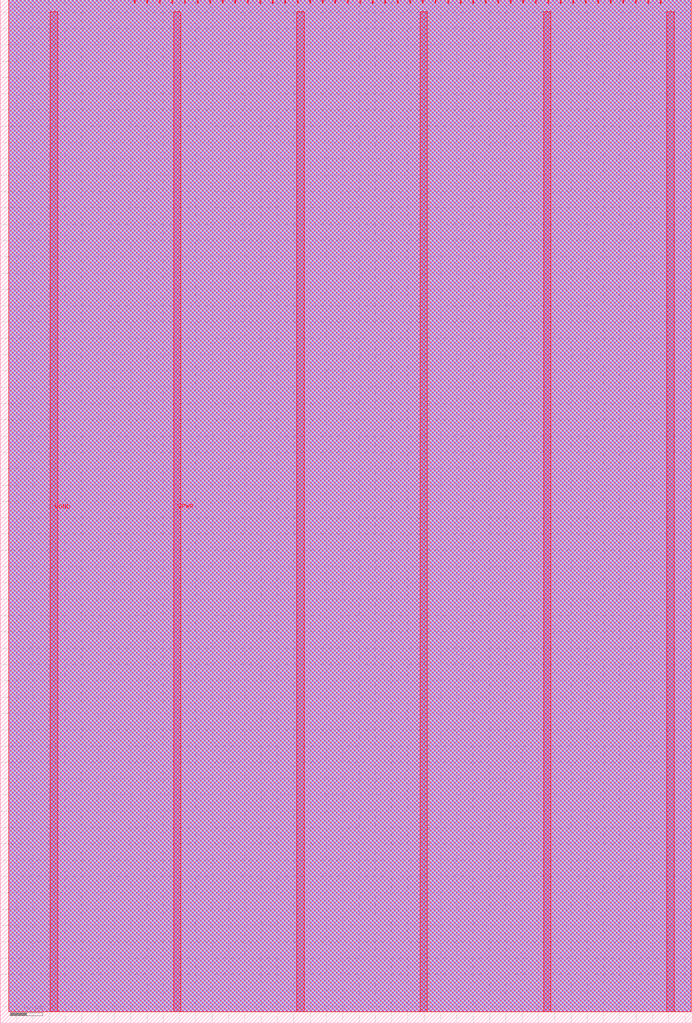
<source format=lef>
VERSION 5.8 ;
BUSBITCHARS "[]" ;
DIVIDERCHAR "/" ;
UNITS
    DATABASE MICRONS 1000 ;
END UNITS

VIA tt_um_htfab_bouncy_capsule_via1_2_2200_440_1_5_410_410
  VIARULE via1Array ;
  CUTSIZE 0.19 0.19 ;
  LAYERS Metal1 Via1 Metal2 ;
  CUTSPACING 0.22 0.22 ;
  ENCLOSURE 0.01 0.125 0.05 0.005 ;
  ROWCOL 1 5 ;
END tt_um_htfab_bouncy_capsule_via1_2_2200_440_1_5_410_410

VIA tt_um_htfab_bouncy_capsule_via2_3_2200_440_1_5_410_410
  VIARULE via2Array ;
  CUTSIZE 0.19 0.19 ;
  LAYERS Metal2 Via2 Metal3 ;
  CUTSPACING 0.22 0.22 ;
  ENCLOSURE 0.05 0.005 0.005 0.05 ;
  ROWCOL 1 5 ;
END tt_um_htfab_bouncy_capsule_via2_3_2200_440_1_5_410_410

VIA tt_um_htfab_bouncy_capsule_via3_4_2200_440_1_5_410_410
  VIARULE via3Array ;
  CUTSIZE 0.19 0.19 ;
  LAYERS Metal3 Via3 Metal4 ;
  CUTSPACING 0.22 0.22 ;
  ENCLOSURE 0.005 0.05 0.05 0.005 ;
  ROWCOL 1 5 ;
END tt_um_htfab_bouncy_capsule_via3_4_2200_440_1_5_410_410

VIA tt_um_htfab_bouncy_capsule_via4_5_2200_440_1_5_410_410
  VIARULE via4Array ;
  CUTSIZE 0.19 0.19 ;
  LAYERS Metal4 Via4 Metal5 ;
  CUTSPACING 0.22 0.22 ;
  ENCLOSURE 0.05 0.005 0.185 0.05 ;
  ROWCOL 1 5 ;
END tt_um_htfab_bouncy_capsule_via4_5_2200_440_1_5_410_410

MACRO tt_um_htfab_bouncy_capsule
  FOREIGN tt_um_htfab_bouncy_capsule 0 0 ;
  CLASS BLOCK ;
  SIZE 212.16 BY 313.74 ;
  PIN clk
    DIRECTION INPUT ;
    USE SIGNAL ;
    PORT
      LAYER Metal5 ;
        RECT  198.57 312.74 198.87 313.74 ;
    END
  END clk
  PIN ena
    DIRECTION INPUT ;
    USE SIGNAL ;
    PORT
      LAYER Metal5 ;
        RECT  202.41 312.74 202.71 313.74 ;
    END
  END ena
  PIN rst_n
    DIRECTION INPUT ;
    USE SIGNAL ;
    PORT
      LAYER Metal5 ;
        RECT  194.73 312.74 195.03 313.74 ;
    END
  END rst_n
  PIN ui_in[0]
    DIRECTION INPUT ;
    USE SIGNAL ;
    PORT
      LAYER Metal5 ;
        RECT  190.89 312.74 191.19 313.74 ;
    END
  END ui_in[0]
  PIN ui_in[1]
    DIRECTION INPUT ;
    USE SIGNAL ;
    PORT
      LAYER Metal5 ;
        RECT  187.05 312.74 187.35 313.74 ;
    END
  END ui_in[1]
  PIN ui_in[2]
    DIRECTION INPUT ;
    USE SIGNAL ;
    PORT
      LAYER Metal5 ;
        RECT  183.21 312.74 183.51 313.74 ;
    END
  END ui_in[2]
  PIN ui_in[3]
    DIRECTION INPUT ;
    USE SIGNAL ;
    PORT
      LAYER Metal5 ;
        RECT  179.37 312.74 179.67 313.74 ;
    END
  END ui_in[3]
  PIN ui_in[4]
    DIRECTION INPUT ;
    USE SIGNAL ;
    PORT
      LAYER Metal5 ;
        RECT  175.53 312.74 175.83 313.74 ;
    END
  END ui_in[4]
  PIN ui_in[5]
    DIRECTION INPUT ;
    USE SIGNAL ;
    PORT
      LAYER Metal5 ;
        RECT  171.69 312.74 171.99 313.74 ;
    END
  END ui_in[5]
  PIN ui_in[6]
    DIRECTION INPUT ;
    USE SIGNAL ;
    PORT
      LAYER Metal5 ;
        RECT  167.85 312.74 168.15 313.74 ;
    END
  END ui_in[6]
  PIN ui_in[7]
    DIRECTION INPUT ;
    USE SIGNAL ;
    PORT
      LAYER Metal5 ;
        RECT  164.01 312.74 164.31 313.74 ;
    END
  END ui_in[7]
  PIN uio_in[0]
    DIRECTION INPUT ;
    USE SIGNAL ;
    PORT
      LAYER Metal5 ;
        RECT  160.17 312.74 160.47 313.74 ;
    END
  END uio_in[0]
  PIN uio_in[1]
    DIRECTION INPUT ;
    USE SIGNAL ;
    PORT
      LAYER Metal5 ;
        RECT  156.33 312.74 156.63 313.74 ;
    END
  END uio_in[1]
  PIN uio_in[2]
    DIRECTION INPUT ;
    USE SIGNAL ;
    PORT
      LAYER Metal5 ;
        RECT  152.49 312.74 152.79 313.74 ;
    END
  END uio_in[2]
  PIN uio_in[3]
    DIRECTION INPUT ;
    USE SIGNAL ;
    PORT
      LAYER Metal5 ;
        RECT  148.65 312.74 148.95 313.74 ;
    END
  END uio_in[3]
  PIN uio_in[4]
    DIRECTION INPUT ;
    USE SIGNAL ;
    PORT
      LAYER Metal5 ;
        RECT  144.81 312.74 145.11 313.74 ;
    END
  END uio_in[4]
  PIN uio_in[5]
    DIRECTION INPUT ;
    USE SIGNAL ;
    PORT
      LAYER Metal5 ;
        RECT  140.97 312.74 141.27 313.74 ;
    END
  END uio_in[5]
  PIN uio_in[6]
    DIRECTION INPUT ;
    USE SIGNAL ;
    PORT
      LAYER Metal5 ;
        RECT  137.13 312.74 137.43 313.74 ;
    END
  END uio_in[6]
  PIN uio_in[7]
    DIRECTION INPUT ;
    USE SIGNAL ;
    PORT
      LAYER Metal5 ;
        RECT  133.29 312.74 133.59 313.74 ;
    END
  END uio_in[7]
  PIN uio_oe[0]
    DIRECTION OUTPUT ;
    USE SIGNAL ;
    PORT
      LAYER Metal5 ;
        RECT  68.01 312.74 68.31 313.74 ;
    END
  END uio_oe[0]
  PIN uio_oe[1]
    DIRECTION OUTPUT ;
    USE SIGNAL ;
    PORT
      LAYER Metal5 ;
        RECT  64.17 312.74 64.47 313.74 ;
    END
  END uio_oe[1]
  PIN uio_oe[2]
    DIRECTION OUTPUT ;
    USE SIGNAL ;
    PORT
      LAYER Metal5 ;
        RECT  60.33 312.74 60.63 313.74 ;
    END
  END uio_oe[2]
  PIN uio_oe[3]
    DIRECTION OUTPUT ;
    USE SIGNAL ;
    PORT
      LAYER Metal5 ;
        RECT  56.49 312.74 56.79 313.74 ;
    END
  END uio_oe[3]
  PIN uio_oe[4]
    DIRECTION OUTPUT ;
    USE SIGNAL ;
    PORT
      LAYER Metal5 ;
        RECT  52.65 312.74 52.95 313.74 ;
    END
  END uio_oe[4]
  PIN uio_oe[5]
    DIRECTION OUTPUT ;
    USE SIGNAL ;
    PORT
      LAYER Metal5 ;
        RECT  48.81 312.74 49.11 313.74 ;
    END
  END uio_oe[5]
  PIN uio_oe[6]
    DIRECTION OUTPUT ;
    USE SIGNAL ;
    PORT
      LAYER Metal5 ;
        RECT  44.97 312.74 45.27 313.74 ;
    END
  END uio_oe[6]
  PIN uio_oe[7]
    DIRECTION OUTPUT ;
    USE SIGNAL ;
    PORT
      LAYER Metal5 ;
        RECT  41.13 312.74 41.43 313.74 ;
    END
  END uio_oe[7]
  PIN uio_out[0]
    DIRECTION OUTPUT ;
    USE SIGNAL ;
    PORT
      LAYER Metal5 ;
        RECT  98.73 312.74 99.03 313.74 ;
    END
  END uio_out[0]
  PIN uio_out[1]
    DIRECTION OUTPUT ;
    USE SIGNAL ;
    PORT
      LAYER Metal5 ;
        RECT  94.89 312.74 95.19 313.74 ;
    END
  END uio_out[1]
  PIN uio_out[2]
    DIRECTION OUTPUT ;
    USE SIGNAL ;
    PORT
      LAYER Metal5 ;
        RECT  91.05 312.74 91.35 313.74 ;
    END
  END uio_out[2]
  PIN uio_out[3]
    DIRECTION OUTPUT ;
    USE SIGNAL ;
    PORT
      LAYER Metal5 ;
        RECT  87.21 312.74 87.51 313.74 ;
    END
  END uio_out[3]
  PIN uio_out[4]
    DIRECTION OUTPUT ;
    USE SIGNAL ;
    PORT
      LAYER Metal5 ;
        RECT  83.37 312.74 83.67 313.74 ;
    END
  END uio_out[4]
  PIN uio_out[5]
    DIRECTION OUTPUT ;
    USE SIGNAL ;
    PORT
      LAYER Metal5 ;
        RECT  79.53 312.74 79.83 313.74 ;
    END
  END uio_out[5]
  PIN uio_out[6]
    DIRECTION OUTPUT ;
    USE SIGNAL ;
    PORT
      LAYER Metal5 ;
        RECT  75.69 312.74 75.99 313.74 ;
    END
  END uio_out[6]
  PIN uio_out[7]
    DIRECTION OUTPUT ;
    USE SIGNAL ;
    PORT
      LAYER Metal5 ;
        RECT  71.85 312.74 72.15 313.74 ;
    END
  END uio_out[7]
  PIN uo_out[0]
    DIRECTION OUTPUT ;
    USE SIGNAL ;
    PORT
      LAYER Metal5 ;
        RECT  129.45 312.74 129.75 313.74 ;
    END
  END uo_out[0]
  PIN uo_out[1]
    DIRECTION OUTPUT ;
    USE SIGNAL ;
    PORT
      LAYER Metal5 ;
        RECT  125.61 312.74 125.91 313.74 ;
    END
  END uo_out[1]
  PIN uo_out[2]
    DIRECTION OUTPUT ;
    USE SIGNAL ;
    PORT
      LAYER Metal5 ;
        RECT  121.77 312.74 122.07 313.74 ;
    END
  END uo_out[2]
  PIN uo_out[3]
    DIRECTION OUTPUT ;
    USE SIGNAL ;
    PORT
      LAYER Metal5 ;
        RECT  117.93 312.74 118.23 313.74 ;
    END
  END uo_out[3]
  PIN uo_out[4]
    DIRECTION OUTPUT ;
    USE SIGNAL ;
    PORT
      LAYER Metal5 ;
        RECT  114.09 312.74 114.39 313.74 ;
    END
  END uo_out[4]
  PIN uo_out[5]
    DIRECTION OUTPUT ;
    USE SIGNAL ;
    PORT
      LAYER Metal5 ;
        RECT  110.25 312.74 110.55 313.74 ;
    END
  END uo_out[5]
  PIN uo_out[6]
    DIRECTION OUTPUT ;
    USE SIGNAL ;
    PORT
      LAYER Metal5 ;
        RECT  106.41 312.74 106.71 313.74 ;
    END
  END uo_out[6]
  PIN uo_out[7]
    DIRECTION OUTPUT ;
    USE SIGNAL ;
    PORT
      LAYER Metal5 ;
        RECT  102.57 312.74 102.87 313.74 ;
    END
  END uo_out[7]
  PIN VGND
    DIRECTION INOUT ;
    USE GROUND ;
    PORT
      LAYER Metal5 ;
        RECT  166.58 3.56 168.78 310.18 ;
        RECT  90.98 3.56 93.18 310.18 ;
        RECT  15.38 3.56 17.58 310.18 ;
    END
  END VGND
  PIN VPWR
    DIRECTION INOUT ;
    USE POWER ;
    PORT
      LAYER Metal5 ;
        RECT  204.38 3.56 206.58 310.18 ;
        RECT  128.78 3.56 130.98 310.18 ;
        RECT  53.18 3.56 55.38 310.18 ;
    END
  END VPWR
  OBS
    LAYER Metal1 ;
     RECT  2.605 3.56 211.825 313.74 ;
    LAYER Metal2 ;
     RECT  2.605 3.56 211.825 313.74 ;
    LAYER Metal3 ;
     RECT  2.605 3.56 211.825 313.74 ;
    LAYER Metal4 ;
     RECT  2.605 3.56 211.825 313.74 ;
    LAYER Metal5 ;
     RECT  2.605 3.56 211.825 313.74 ;
  END
END tt_um_htfab_bouncy_capsule
END LIBRARY

</source>
